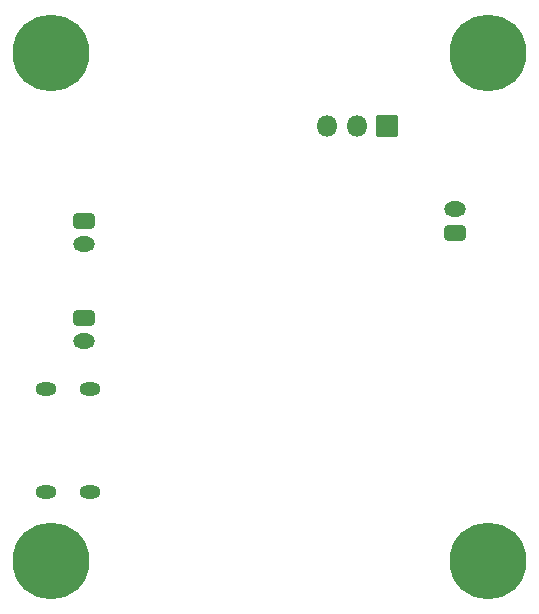
<source format=gbr>
%TF.GenerationSoftware,KiCad,Pcbnew,(6.0.4-0)*%
%TF.CreationDate,2022-09-10T09:10:34-06:00*%
%TF.ProjectId,TPS61165-heater-v7,54505336-3131-4363-952d-686561746572,rev?*%
%TF.SameCoordinates,Original*%
%TF.FileFunction,Soldermask,Bot*%
%TF.FilePolarity,Negative*%
%FSLAX46Y46*%
G04 Gerber Fmt 4.6, Leading zero omitted, Abs format (unit mm)*
G04 Created by KiCad (PCBNEW (6.0.4-0)) date 2022-09-10 09:10:34*
%MOMM*%
%LPD*%
G01*
G04 APERTURE LIST*
G04 Aperture macros list*
%AMRoundRect*
0 Rectangle with rounded corners*
0 $1 Rounding radius*
0 $2 $3 $4 $5 $6 $7 $8 $9 X,Y pos of 4 corners*
0 Add a 4 corners polygon primitive as box body*
4,1,4,$2,$3,$4,$5,$6,$7,$8,$9,$2,$3,0*
0 Add four circle primitives for the rounded corners*
1,1,$1+$1,$2,$3*
1,1,$1+$1,$4,$5*
1,1,$1+$1,$6,$7*
1,1,$1+$1,$8,$9*
0 Add four rect primitives between the rounded corners*
20,1,$1+$1,$2,$3,$4,$5,0*
20,1,$1+$1,$4,$5,$6,$7,0*
20,1,$1+$1,$6,$7,$8,$9,0*
20,1,$1+$1,$8,$9,$2,$3,0*%
G04 Aperture macros list end*
%ADD10RoundRect,0.301000X-0.625000X0.350000X-0.625000X-0.350000X0.625000X-0.350000X0.625000X0.350000X0*%
%ADD11O,1.852000X1.302000*%
%ADD12C,6.502000*%
%ADD13C,3.702000*%
%ADD14RoundRect,0.051000X-0.850000X0.850000X-0.850000X-0.850000X0.850000X-0.850000X0.850000X0.850000X0*%
%ADD15O,1.802000X1.802000*%
%ADD16RoundRect,0.301000X0.625000X-0.350000X0.625000X0.350000X-0.625000X0.350000X-0.625000X-0.350000X0*%
%ADD17O,1.802000X1.102000*%
G04 APERTURE END LIST*
D10*
%TO.C,J3*%
X121800000Y-65200000D03*
D11*
X121800000Y-67200000D03*
%TD*%
D10*
%TO.C,J2*%
X121800000Y-73400000D03*
D11*
X121800000Y-75400000D03*
%TD*%
D12*
%TO.C,H4*%
X119000000Y-94000000D03*
D13*
X119000000Y-94000000D03*
%TD*%
D12*
%TO.C,H3*%
X156000000Y-94000000D03*
D13*
X156000000Y-94000000D03*
%TD*%
D12*
%TO.C,H2*%
X156000000Y-51000000D03*
D13*
X156000000Y-51000000D03*
%TD*%
D12*
%TO.C,H1*%
X119000000Y-51000000D03*
D13*
X119000000Y-51000000D03*
%TD*%
D14*
%TO.C,J4*%
X147400000Y-57200000D03*
D15*
X144860000Y-57200000D03*
X142320000Y-57200000D03*
%TD*%
D16*
%TO.C,J5*%
X153150000Y-66200000D03*
D11*
X153150000Y-64200000D03*
%TD*%
D17*
%TO.C,J1*%
X122320000Y-88120000D03*
X122320000Y-79480000D03*
X118520000Y-79480000D03*
X118520000Y-88120000D03*
%TD*%
M02*

</source>
